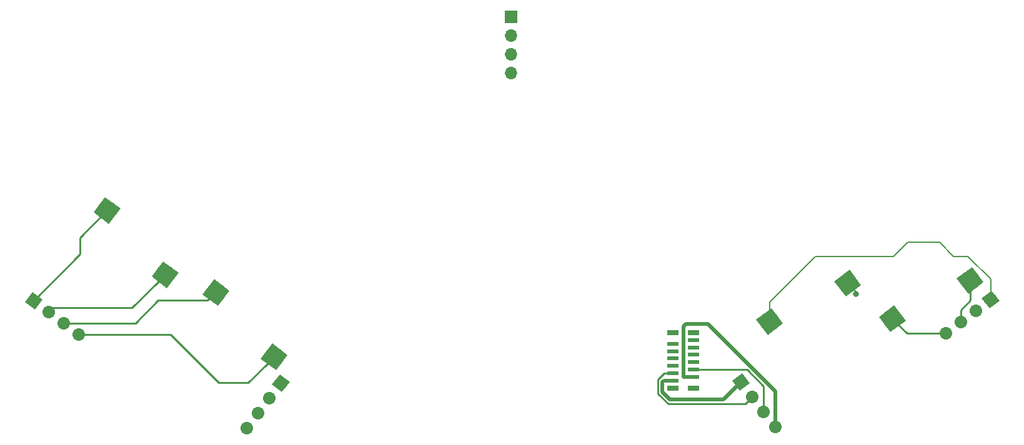
<source format=gbr>
G04 #@! TF.GenerationSoftware,KiCad,Pcbnew,(5.1.4)-1*
G04 #@! TF.CreationDate,2024-04-24T20:57:01-04:00*
G04 #@! TF.ProjectId,ThumbsUp,5468756d-6273-4557-902e-6b696361645f,rev?*
G04 #@! TF.SameCoordinates,Original*
G04 #@! TF.FileFunction,Copper,L2,Bot*
G04 #@! TF.FilePolarity,Positive*
%FSLAX46Y46*%
G04 Gerber Fmt 4.6, Leading zero omitted, Abs format (unit mm)*
G04 Created by KiCad (PCBNEW (5.1.4)-1) date 2024-04-24 20:57:01*
%MOMM*%
%LPD*%
G04 APERTURE LIST*
%ADD10C,2.600000*%
%ADD11C,0.100000*%
%ADD12R,1.500000X0.800000*%
%ADD13R,1.500000X0.600000*%
%ADD14C,1.700000*%
%ADD15C,1.700000*%
%ADD16R,1.700000X1.700000*%
%ADD17O,1.700000X1.700000*%
%ADD18C,0.800000*%
%ADD19C,0.254000*%
%ADD20C,0.250000*%
%ADD21C,0.200000*%
%ADD22C,0.508000*%
G04 APERTURE END LIST*
D10*
X187518700Y-9947702D03*
D11*
G36*
X187774567Y-8127116D02*
G01*
X189339286Y-10203569D01*
X187262833Y-11768288D01*
X185698114Y-9691835D01*
X187774567Y-8127116D01*
X187774567Y-8127116D01*
G37*
D10*
X198066934Y-4753737D03*
D11*
G36*
X198322801Y-2933151D02*
G01*
X199887520Y-5009604D01*
X197811067Y-6574323D01*
X196246348Y-4497870D01*
X198322801Y-2933151D01*
X198322801Y-2933151D01*
G37*
D10*
X214686119Y-4375998D03*
D11*
G36*
X214430252Y-6196584D02*
G01*
X212865533Y-4120131D01*
X214941986Y-2555412D01*
X216506705Y-4631865D01*
X214430252Y-6196584D01*
X214430252Y-6196584D01*
G37*
D10*
X204137885Y-9569963D03*
D11*
G36*
X203882018Y-11390549D02*
G01*
X202317299Y-9314096D01*
X204393752Y-7749377D01*
X205958471Y-9825830D01*
X203882018Y-11390549D01*
X203882018Y-11390549D01*
G37*
D10*
X97697775Y5095162D03*
D11*
G36*
X99518361Y5351029D02*
G01*
X97953642Y3274576D01*
X95877189Y4839295D01*
X97441908Y6915748D01*
X99518361Y5351029D01*
X99518361Y5351029D01*
G37*
D10*
X105598022Y-3612799D03*
D11*
G36*
X107418608Y-3356932D02*
G01*
X105853889Y-5433385D01*
X103777436Y-3868666D01*
X105342155Y-1792213D01*
X107418608Y-3356932D01*
X107418608Y-3356932D01*
G37*
D10*
X112472532Y-6038415D03*
D11*
G36*
X114293118Y-5782548D02*
G01*
X112728399Y-7859001D01*
X110651946Y-6294282D01*
X112216665Y-4217829D01*
X114293118Y-5782548D01*
X114293118Y-5782548D01*
G37*
D10*
X120372779Y-14746376D03*
D11*
G36*
X122193365Y-14490509D02*
G01*
X120628646Y-16566962D01*
X118552193Y-15002243D01*
X120116912Y-12925790D01*
X122193365Y-14490509D01*
X122193365Y-14490509D01*
G37*
D12*
X174432000Y-18958000D03*
X177232000Y-18958000D03*
X174432000Y-11458000D03*
X177232000Y-11458000D03*
D13*
X174432000Y-17958000D03*
X177232000Y-17458000D03*
X174432000Y-16958000D03*
X177232000Y-16458000D03*
X174432000Y-15958000D03*
X177232000Y-15458000D03*
X174432000Y-14958000D03*
X177232000Y-14458000D03*
X174432000Y-13958000D03*
X177232000Y-13458000D03*
X174432000Y-12958000D03*
X177232000Y-12458000D03*
D14*
X93842618Y-11701511D03*
D15*
X93842618Y-11701511D02*
X93842618Y-11701511D01*
D14*
X91814083Y-10172901D03*
D15*
X91814083Y-10172901D02*
X91814083Y-10172901D01*
D14*
X89785549Y-8644291D03*
D15*
X89785549Y-8644291D02*
X89785549Y-8644291D01*
D14*
X87757015Y-7115681D03*
D11*
G36*
X87924312Y-8306064D02*
G01*
X86566632Y-7282978D01*
X87589718Y-5925298D01*
X88947398Y-6948384D01*
X87924312Y-8306064D01*
X87924312Y-8306064D01*
G37*
D14*
X211365141Y-11547906D03*
D15*
X211365141Y-11547906D02*
X211365141Y-11547906D01*
D14*
X213393676Y-10019296D03*
D15*
X213393676Y-10019296D02*
X213393676Y-10019296D01*
D14*
X215422210Y-8490686D03*
D15*
X215422210Y-8490686D02*
X215422210Y-8490686D01*
D14*
X217450744Y-6962076D03*
D11*
G36*
X216260361Y-6794779D02*
G01*
X217618041Y-5771693D01*
X218641127Y-7129373D01*
X217283447Y-8152459D01*
X216260361Y-6794779D01*
X216260361Y-6794779D01*
G37*
D16*
X152508765Y31411751D03*
D17*
X152508765Y28871751D03*
X152508765Y26331751D03*
X152508765Y23791751D03*
D14*
X188243643Y-24212834D03*
D15*
X188243643Y-24212834D02*
X188243643Y-24212834D01*
D14*
X186715033Y-22184299D03*
D15*
X186715033Y-22184299D02*
X186715033Y-22184299D01*
D14*
X185186423Y-20155765D03*
D15*
X185186423Y-20155765D02*
X185186423Y-20155765D01*
D14*
X183657813Y-18127231D03*
D11*
G36*
X183490516Y-19317614D02*
G01*
X182467430Y-17959934D01*
X183825110Y-16936848D01*
X184848196Y-18294528D01*
X183490516Y-19317614D01*
X183490516Y-19317614D01*
G37*
D14*
X116684284Y-24411436D03*
D15*
X116684284Y-24411436D02*
X116684284Y-24411436D01*
D14*
X118212894Y-22382901D03*
D15*
X118212894Y-22382901D02*
X118212894Y-22382901D01*
D14*
X119741504Y-20354367D03*
D15*
X119741504Y-20354367D02*
X119741504Y-20354367D01*
D14*
X121270114Y-18325833D03*
D11*
G36*
X120079731Y-18493130D02*
G01*
X121102817Y-17135450D01*
X122460497Y-18158536D01*
X121437411Y-19516216D01*
X120079731Y-18493130D01*
X120079731Y-18493130D01*
G37*
D18*
X199200000Y-6200000D03*
D19*
X119373797Y-15745358D02*
X120372779Y-14746376D01*
X116863155Y-18256000D02*
X119373797Y-15745358D01*
X112840000Y-18256000D02*
X116863155Y-18256000D01*
X93842618Y-11701511D02*
X106285511Y-11701511D01*
X106285511Y-11701511D02*
X112840000Y-18256000D01*
X91814083Y-10172901D02*
X98406901Y-10172901D01*
X112357585Y-6038415D02*
X112472532Y-6038415D01*
X111316000Y-7080000D02*
X112357585Y-6038415D01*
X104669737Y-7080000D02*
X111316000Y-7080000D01*
X91814083Y-10172901D02*
X101576836Y-10172901D01*
X101576836Y-10172901D02*
X104669737Y-7080000D01*
X104599040Y-4611781D02*
X105598022Y-3612799D01*
D20*
X89785549Y-8644291D02*
X89829840Y-8600000D01*
D19*
X89785549Y-8644291D02*
X90333840Y-8096000D01*
X90333840Y-8096000D02*
X101114821Y-8096000D01*
X101114821Y-8096000D02*
X104599040Y-4611781D01*
X94044000Y1441387D02*
X97697775Y5095162D01*
X87757015Y-7115681D02*
X94044000Y-828696D01*
X94044000Y-828696D02*
X94044000Y1441387D01*
X206115828Y-11547906D02*
X204137885Y-9569963D01*
X211365141Y-11547906D02*
X206115828Y-11547906D01*
D20*
X214864666Y-4375998D02*
X214686119Y-4375998D01*
D19*
X214686119Y-4375998D02*
X214686119Y-3516119D01*
X214686119Y-7087881D02*
X214686119Y-4375998D01*
X213393676Y-10019296D02*
X213393676Y-8380324D01*
X213393676Y-8380324D02*
X214686119Y-7087881D01*
D21*
X199200000Y-5886803D02*
X198066934Y-4753737D01*
X199200000Y-6200000D02*
X199200000Y-5886803D01*
X187518700Y-7281300D02*
X187518700Y-8219926D01*
X193700000Y-1100000D02*
X187518700Y-7281300D01*
X204300000Y-1100000D02*
X193700000Y-1100000D01*
X217450744Y-4200744D02*
X214350000Y-1100000D01*
X217450744Y-6962076D02*
X217450744Y-4200744D01*
X214350000Y-1100000D02*
X212450000Y-1100000D01*
X212450000Y-1100000D02*
X210550000Y800000D01*
X187518700Y-8219926D02*
X187518700Y-9947702D01*
X210550000Y800000D02*
X206200000Y800000D01*
X206200000Y800000D02*
X204300000Y-1100000D01*
D19*
X178236000Y-16458000D02*
X177232000Y-16458000D01*
X186715033Y-22184299D02*
X186715033Y-18725033D01*
X186715033Y-18725033D02*
X184448000Y-16458000D01*
X184448000Y-16458000D02*
X178236000Y-16458000D01*
X173428000Y-16958000D02*
X174432000Y-16958000D01*
X172400000Y-17800000D02*
X173242000Y-16958000D01*
X173242000Y-16958000D02*
X173428000Y-16958000D01*
X173773011Y-21123011D02*
X172400000Y-19750000D01*
X184219177Y-21123011D02*
X173773011Y-21123011D01*
X172400000Y-19750000D02*
X172400000Y-17800000D01*
X185186423Y-20155765D02*
X184219177Y-21123011D01*
D22*
X175832000Y-17458000D02*
X177232000Y-17458000D01*
X175832000Y-10636000D02*
X175832000Y-17458000D01*
X176168000Y-10300000D02*
X175832000Y-10636000D01*
X179111672Y-10300000D02*
X176168000Y-10300000D01*
X188243643Y-24212834D02*
X188243643Y-19431971D01*
X188243643Y-19431971D02*
X179111672Y-10300000D01*
X172981011Y-18150989D02*
X173174000Y-17958000D01*
X173174000Y-17958000D02*
X174432000Y-17958000D01*
X174013672Y-20542000D02*
X172981011Y-19509339D01*
X181243044Y-20542000D02*
X174013672Y-20542000D01*
X172981011Y-19509339D02*
X172981011Y-18150989D01*
X183657813Y-18127231D02*
X181243044Y-20542000D01*
M02*

</source>
